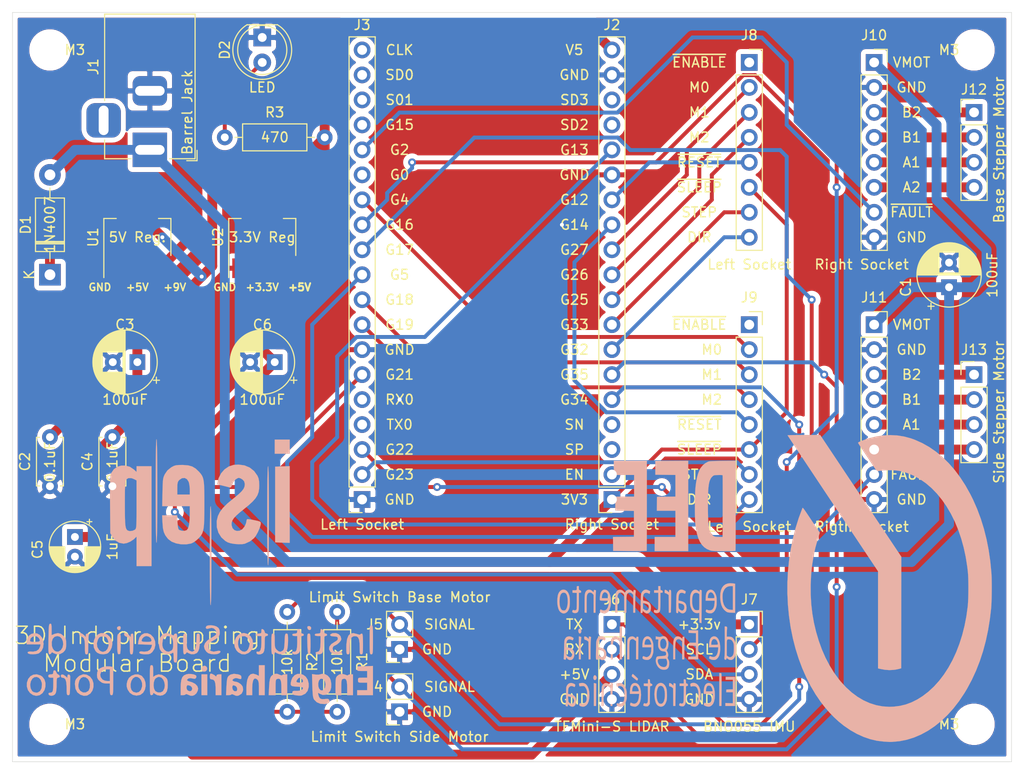
<source format=kicad_pcb>
(kicad_pcb (version 20171130) (host pcbnew 5.1.6-c6e7f7d~86~ubuntu18.04.1)
  (title_block (title "3D Mapping Modular Board") (date 2020-06-15) (rev V1.0) (company "LEEC / DEE / ISEP") (comment 3 "Email: 1160628@isep.ipp.pt") (comment 4 "Author: Carlos Silva"))
  (layers (0 F.Cu signal) (31 B.Cu signal) (34 B.Paste user) (35 F.Paste user) (36 B.SilkS user) (37 F.SilkS user) (38 B.Mask user) (39 F.Mask user) (44 Edge.Cuts user))
  (net 0 "")
  (net 1 GND)
  (net 2 M_VCC_B)
  (net 3 "Net-(C2-Pad1)")
  (net 4 5V)
  (net 5 3.3V)
  (net 6 "Net-(D2-Pad2)")
  (net 7 DIR_S)
  (net 8 G12)
  (net 9 G14)
  (net 10 G27)
  (net 11 G26)
  (net 12 G25)
  (net 13 G33)
  (net 14 DIR_B)
  (net 15 G35)
  (net 16 G34)
  (net 17 G23)
  (net 18 G22)
  (net 19 G21)
  (net 20 G19)
  (net 21 G18)
  (net 22 G5)
  (net 23 G17)
  (net 24 G16)
  (net 25 G4)
  (net 26 G2)
  (net 27 B2_B)
  (net 28 B1_B)
  (net 29 A1_B)
  (net 30 A2_B)
  (net 31 B2_S)
  (net 32 B1_S)
  (net 33 A1_S)
  (net 34 A2_S)
  (module Logos:dee_bitmap2 (layer B.Cu) (at 153.67 121.92 180)
    (fp_text reference G*** hide)
    (fp_text value LOGO hide)
  )
  (module Logos:isep_bitmap2 (layer B.Cu) (at 95.25 120.65 180)
    (fp_text reference G*** hide)
    (fp_text value LOGO hide)
  )
  (module MountingHole:MountingHole_3.2mm_M3 (layer F.Cu) (at 80.01 135.89)
    (fp_text reference REF** hide)
    (fp_text value M3 (at 2.54 0) (layer F.SilkS))
    (pad 1 np_thru_hole circle (at 0 0) (size 3.2 3.2) (drill 3.2) (layers *.Cu *.Mask))
  )
  (module MountingHole:MountingHole_3.2mm_M3 (layer F.Cu) (at 173.99 135.89)
    (fp_text reference REF** hide)
    (fp_text value M3 (at -2.54 0) (layer F.SilkS))
    (pad 1 np_thru_hole circle (at 0 0) (size 3.2 3.2) (drill 3.2) (layers *.Cu *.Mask))
  )
  (module MountingHole:MountingHole_3.2mm_M3 (layer F.Cu) (at 173.99 67.31)
    (fp_text reference REF** hide)
    (fp_text value M3 (at -2.54 0) (layer F.SilkS))
    (pad 1 np_thru_hole circle (at 0 0) (size 3.2 3.2) (drill 3.2) (layers *.Cu *.Mask))
  )
  (module MountingHole:MountingHole_3.2mm_M3 (layer F.Cu) (at 80.01 67.31)
    (fp_text reference REF** hide)
    (fp_text value M3 (at 2.54 0) (layer F.SilkS))
    (pad 1 np_thru_hole circle (at 0 0) (size 3.2 3.2) (drill 3.2) (layers *.Cu *.Mask))
  )
  (module Capacitor_THT:CP_Radial_D6.3mm_P2.50mm (layer F.Cu) (at 171.45 91.44 90)
    (fp_text reference C1 (at 0 -4.4 90) (layer F.SilkS))
    (fp_text value 100uF (at 1.25 4.4 90) (layer F.SilkS))
    (pad 2 thru_hole circle (at 2.5 0 90) (size 1.6 1.6) (drill 0.8) (layers *.Cu *.Mask) (net 1 GND))
    (pad 1 thru_hole rect (at 0 0 90) (size 1.6 1.6) (drill 0.8) (layers *.Cu *.Mask) (net 2 M_VCC_B))
  )
  (module Capacitor_THT:C_Disc_D4.7mm_W2.5mm_P5.00mm (layer F.Cu) (at 80.01 106.68 270)
    (fp_text reference C2 (at 2.5 2.54 90) (layer F.SilkS))
    (fp_text value 0.1uF (at 2.54 0 90) (layer F.SilkS))
    (pad 2 thru_hole circle (at 5 0 270) (size 1.6 1.6) (drill 0.8) (layers *.Cu *.Mask) (net 1 GND))
    (pad 1 thru_hole circle (at 0 0 270) (size 1.6 1.6) (drill 0.8) (layers *.Cu *.Mask) (net 3 "Net-(C2-Pad1)"))
  )
  (module Capacitor_THT:CP_Radial_D6.3mm_P2.50mm (layer F.Cu) (at 88.9 99.06 180)
    (fp_text reference C3 (at 1.27 3.81) (layer F.SilkS))
    (fp_text value 100uF (at 1.25 -3.81) (layer F.SilkS))
    (pad 1 thru_hole rect (at 0 0 180) (size 1.6 1.6) (drill 0.8) (layers *.Cu *.Mask) (net 4 5V))
    (pad 2 thru_hole circle (at 2.5 0 180) (size 1.6 1.6) (drill 0.8) (layers *.Cu *.Mask) (net 1 GND))
  )
  (module Capacitor_THT:C_Disc_D4.7mm_W2.5mm_P5.00mm (layer F.Cu) (at 86.36 106.68 270)
    (fp_text reference C4 (at 2.5 2.54 90) (layer F.SilkS))
    (fp_text value 0.1uF (at 2.54 0 90) (layer F.SilkS))
    (pad 1 thru_hole circle (at 0 0 270) (size 1.6 1.6) (drill 0.8) (layers *.Cu *.Mask) (net 4 5V))
    (pad 2 thru_hole circle (at 5 0 270) (size 1.6 1.6) (drill 0.8) (layers *.Cu *.Mask) (net 1 GND))
  )
  (module Capacitor_THT:CP_Radial_D5.0mm_P2.00mm (layer F.Cu) (at 82.55 116.84 270)
    (fp_text reference C5 (at 1.27 3.81 90) (layer F.SilkS))
    (fp_text value 1uF (at 1 -3.81 90) (layer F.SilkS))
    (pad 2 thru_hole circle (at 2 0 270) (size 1.6 1.6) (drill 0.8) (layers *.Cu *.Mask) (net 1 GND))
    (pad 1 thru_hole rect (at 0 0 270) (size 1.6 1.6) (drill 0.8) (layers *.Cu *.Mask) (net 5 3.3V))
  )
  (module Capacitor_THT:CP_Radial_D6.3mm_P2.50mm (layer F.Cu) (at 102.87 99.06 180)
    (fp_text reference C6 (at 1.25 3.81) (layer F.SilkS))
    (fp_text value 100uF (at 1.27 -3.81) (layer F.SilkS))
    (pad 2 thru_hole circle (at 2.5 0 180) (size 1.6 1.6) (drill 0.8) (layers *.Cu *.Mask) (net 1 GND))
    (pad 1 thru_hole rect (at 0 0 180) (size 1.6 1.6) (drill 0.8) (layers *.Cu *.Mask) (net 5 3.3V))
  )
  (module Diode_THT:D_DO-41_SOD81_P10.16mm_Horizontal (layer F.Cu) (at 80.01 90.17 90)
    (fp_text reference D1 (at 5.08 -2.47 90) (layer F.SilkS))
    (fp_text value 1N4007 (at 5.08 0 90) (layer F.SilkS))
    (fp_text user K (at 0 -2.1 90) (layer F.SilkS))
    (pad 2 thru_hole oval (at 10.16 0 90) (size 2.2 2.2) (drill 1.1) (layers *.Cu *.Mask) (net 2 M_VCC_B))
    (pad 1 thru_hole rect (at 0 0 90) (size 2.2 2.2) (drill 1.1) (layers *.Cu *.Mask) (net 3 "Net-(C2-Pad1)"))
  )
  (module LED_THT:LED_D5.0mm (layer F.Cu) (at 101.6 66.04 270)
    (fp_text reference D2 (at 1.27 3.81 90) (layer F.SilkS))
    (fp_text value LED (at 5.08 0 180) (layer F.SilkS))
    (pad 2 thru_hole circle (at 2.54 0 270) (size 1.8 1.8) (drill 0.9) (layers *.Cu *.Mask) (net 6 "Net-(D2-Pad2)"))
    (pad 1 thru_hole rect (at 0 0 270) (size 1.8 1.8) (drill 0.9) (layers *.Cu *.Mask) (net 1 GND))
  )
  (module Connector_BarrelJack:BarrelJack_Horizontal (layer F.Cu) (at 90.17 77.47 270)
    (fp_text reference J1 (at -8.45 5.75 90) (layer F.SilkS))
    (fp_text value "Barrel Jack" (at -3.81 -3.81 90) (layer F.SilkS))
    (pad 3 thru_hole roundrect (at -3 4.7 270) (size 3.5 3.5) (drill oval 3 1) (layers *.Cu *.Mask))
    (pad 2 thru_hole roundrect (at -6 0 270) (size 3 3.5) (drill oval 1 3) (layers *.Cu *.Mask) (net 1 GND))
    (pad 1 thru_hole rect (at 0 0 270) (size 3.5 3.5) (drill oval 1 3) (layers *.Cu *.Mask) (net 2 M_VCC_B))
  )
  (module Connector_PinSocket_2.54mm:PinSocket_1x19_P2.54mm_Vertical (layer F.Cu) (at 137.16 113.03 180)
    (fp_text reference J2 (at 0 48.26) (layer F.SilkS))
    (fp_text value "Right Socket" (at 0 -2.54) (layer F.SilkS))
    (pad 1 thru_hole rect (at 0 0 180) (size 1.7 1.7) (drill 1) (layers *.Cu *.Mask) (net 5 3.3V))
    (pad 2 thru_hole oval (at 0 2.54 180) (size 1.7 1.7) (drill 1) (layers *.Cu *.Mask))
    (pad 3 thru_hole oval (at 0 5.08 180) (size 1.7 1.7) (drill 1) (layers *.Cu *.Mask))
    (pad 4 thru_hole oval (at 0 7.62 180) (size 1.7 1.7) (drill 1) (layers *.Cu *.Mask))
    (pad 5 thru_hole oval (at 0 10.16 180) (size 1.7 1.7) (drill 1) (layers *.Cu *.Mask) (net 16 G34))
    (pad 6 thru_hole oval (at 0 12.7 180) (size 1.7 1.7) (drill 1) (layers *.Cu *.Mask) (net 15 G35))
    (pad 7 thru_hole oval (at 0 15.24 180) (size 1.7 1.7) (drill 1) (layers *.Cu *.Mask) (net 14 DIR_B))
    (pad 8 thru_hole oval (at 0 17.78 180) (size 1.7 1.7) (drill 1) (layers *.Cu *.Mask) (net 13 G33))
    (pad 9 thru_hole oval (at 0 20.32 180) (size 1.7 1.7) (drill 1) (layers *.Cu *.Mask) (net 12 G25))
    (pad 10 thru_hole oval (at 0 22.86 180) (size 1.7 1.7) (drill 1) (layers *.Cu *.Mask) (net 11 G26))
    (pad 11 thru_hole oval (at 0 25.4 180) (size 1.7 1.7) (drill 1) (layers *.Cu *.Mask) (net 10 G27))
    (pad 12 thru_hole oval (at 0 27.94 180) (size 1.7 1.7) (drill 1) (layers *.Cu *.Mask) (net 9 G14))
    (pad 13 thru_hole oval (at 0 30.48 180) (size 1.7 1.7) (drill 1) (layers *.Cu *.Mask) (net 8 G12))
    (pad 14 thru_hole oval (at 0 33.02 180) (size 1.7 1.7) (drill 1) (layers *.Cu *.Mask) (net 1 GND))
    (pad 15 thru_hole oval (at 0 35.56 180) (size 1.7 1.7) (drill 1) (layers *.Cu *.Mask) (net 7 DIR_S))
    (pad 16 thru_hole oval (at 0 38.1 180) (size 1.7 1.7) (drill 1) (layers *.Cu *.Mask))
    (pad 17 thru_hole oval (at 0 40.64 180) (size 1.7 1.7) (drill 1) (layers *.Cu *.Mask))
    (pad 18 thru_hole oval (at 0 43.18 180) (size 1.7 1.7) (drill 1) (layers *.Cu *.Mask) (net 1 GND))
    (pad 19 thru_hole oval (at 0 45.72 180) (size 1.7 1.7) (drill 1) (layers *.Cu *.Mask) (net 4 5V))
  )
  (module Connector_PinSocket_2.54mm:PinSocket_1x19_P2.54mm_Vertical (layer F.Cu) (at 111.76 113.03 180)
    (fp_text reference J3 (at 0 48.26) (layer F.SilkS))
    (fp_text value "Left Socket" (at 0 -2.54) (layer F.SilkS))
    (pad 19 thru_hole oval (at 0 45.72 180) (size 1.7 1.7) (drill 1) (layers *.Cu *.Mask))
    (pad 18 thru_hole oval (at 0 43.18 180) (size 1.7 1.7) (drill 1) (layers *.Cu *.Mask))
    (pad 17 thru_hole oval (at 0 40.64 180) (size 1.7 1.7) (drill 1) (layers *.Cu *.Mask))
    (pad 16 thru_hole oval (at 0 38.1 180) (size 1.7 1.7) (drill 1) (layers *.Cu *.Mask))
    (pad 15 thru_hole oval (at 0 35.56 180) (size 1.7 1.7) (drill 1) (layers *.Cu *.Mask) (net 26 G2))
    (pad 14 thru_hole oval (at 0 33.02 180) (size 1.7 1.7) (drill 1) (layers *.Cu *.Mask))
    (pad 13 thru_hole oval (at 0 30.48 180) (size 1.7 1.7) (drill 1) (layers *.Cu *.Mask) (net 25 G4))
    (pad 12 thru_hole oval (at 0 27.94 180) (size 1.7 1.7) (drill 1) (layers *.Cu *.Mask) (net 24 G16))
    (pad 11 thru_hole oval (at 0 25.4 180) (size 1.7 1.7) (drill 1) (layers *.Cu *.Mask) (net 23 G17))
    (pad 10 thru_hole oval (at 0 22.86 180) (size 1.7 1.7) (drill 1) (layers *.Cu *.Mask) (net 22 G5))
    (pad 9 thru_hole oval (at 0 20.32 180) (size 1.7 1.7) (drill 1) (layers *.Cu *.Mask) (net 21 G18))
    (pad 8 thru_hole oval (at 0 17.78 180) (size 1.7 1.7) (drill 1) (layers *.Cu *.Mask) (net 20 G19))
    (pad 7 thru_hole oval (at 0 15.24 180) (size 1.7 1.7) (drill 1) (layers *.Cu *.Mask) (net 1 GND))
    (pad 6 thru_hole oval (at 0 12.7 180) (size 1.7 1.7) (drill 1) (layers *.Cu *.Mask) (net 19 G21))
    (pad 5 thru_hole oval (at 0 10.16 180) (size 1.7 1.7) (drill 1) (layers *.Cu *.Mask))
    (pad 4 thru_hole oval (at 0 7.62 180) (size 1.7 1.7) (drill 1) (layers *.Cu *.Mask))
    (pad 3 thru_hole oval (at 0 5.08 180) (size 1.7 1.7) (drill 1) (layers *.Cu *.Mask) (net 18 G22))
    (pad 2 thru_hole oval (at 0 2.54 180) (size 1.7 1.7) (drill 1) (layers *.Cu *.Mask) (net 17 G23))
    (pad 1 thru_hole rect (at 0 0 180) (size 1.7 1.7) (drill 1) (layers *.Cu *.Mask) (net 1 GND))
  )
  (module Connector_PinSocket_2.54mm:PinSocket_1x02_P2.54mm_Vertical (layer F.Cu) (at 115.57 134.62 180)
    (fp_text reference J4 (at 2.54 2.54) (layer F.SilkS))
    (fp_text value "Limit Switch Side Motor" (at 0 -2.54) (layer F.SilkS))
    (pad 1 thru_hole rect (at 0 0 180) (size 1.7 1.7) (drill 1) (layers *.Cu *.Mask) (net 1 GND))
    (pad 2 thru_hole oval (at 0 2.54 180) (size 1.7 1.7) (drill 1) (layers *.Cu *.Mask) (net 15 G35))
  )
  (module Connector_PinSocket_2.54mm:PinSocket_1x02_P2.54mm_Vertical (layer F.Cu) (at 115.57 128.27 180)
    (fp_text reference J5 (at 2.54 2.54) (layer F.SilkS))
    (fp_text value "Limit Switch Base Motor" (at 0 5.31) (layer F.SilkS))
    (pad 2 thru_hole oval (at 0 2.54 180) (size 1.7 1.7) (drill 1) (layers *.Cu *.Mask) (net 16 G34))
    (pad 1 thru_hole rect (at 0 0 180) (size 1.7 1.7) (drill 1) (layers *.Cu *.Mask) (net 1 GND))
  )
  (module Connector_PinSocket_2.54mm:PinSocket_1x04_P2.54mm_Vertical (layer F.Cu) (at 137.16 125.73)
    (fp_text reference J6 (at 0 -2.54) (layer F.SilkS))
    (fp_text value "TFMini-S LIDAR" (at 0 10.39) (layer F.SilkS))
    (pad 1 thru_hole rect (at 0 0) (size 1.7 1.7) (drill 1) (layers *.Cu *.Mask) (net 24 G16))
    (pad 2 thru_hole oval (at 0 2.54) (size 1.7 1.7) (drill 1) (layers *.Cu *.Mask) (net 23 G17))
    (pad 3 thru_hole oval (at 0 5.08) (size 1.7 1.7) (drill 1) (layers *.Cu *.Mask) (net 4 5V))
    (pad 4 thru_hole oval (at 0 7.62) (size 1.7 1.7) (drill 1) (layers *.Cu *.Mask) (net 1 GND))
  )
  (module Connector_PinSocket_2.54mm:PinSocket_1x04_P2.54mm_Vertical (layer F.Cu) (at 151.13 125.73)
    (fp_text reference J7 (at 0 -2.54) (layer F.SilkS))
    (fp_text value "BNO055 IMU" (at 0 10.39) (layer F.SilkS))
    (pad 4 thru_hole oval (at 0 7.62) (size 1.7 1.7) (drill 1) (layers *.Cu *.Mask) (net 1 GND))
    (pad 3 thru_hole oval (at 0 5.08) (size 1.7 1.7) (drill 1) (layers *.Cu *.Mask) (net 19 G21))
    (pad 2 thru_hole oval (at 0 2.54) (size 1.7 1.7) (drill 1) (layers *.Cu *.Mask) (net 18 G22))
    (pad 1 thru_hole rect (at 0 0) (size 1.7 1.7) (drill 1) (layers *.Cu *.Mask) (net 5 3.3V))
  )
  (module Connector_PinSocket_2.54mm:PinSocket_1x08_P2.54mm_Vertical (layer F.Cu) (at 151.13 68.58)
    (fp_text reference J8 (at 0 -2.77) (layer F.SilkS))
    (fp_text value "Left Socket" (at 0 20.55) (layer F.SilkS))
    (pad 8 thru_hole oval (at 0 17.78) (size 1.7 1.7) (drill 1) (layers *.Cu *.Mask) (net 14 DIR_B))
    (pad 7 thru_hole oval (at 0 15.24) (size 1.7 1.7) (drill 1) (layers *.Cu *.Mask) (net 13 G33))
    (pad 6 thru_hole oval (at 0 12.7) (size 1.7 1.7) (drill 1) (layers *.Cu *.Mask) (net 5 3.3V))
    (pad 5 thru_hole oval (at 0 10.16) (size 1.7 1.7) (drill 1) (layers *.Cu *.Mask) (net 8 G12))
    (pad 4 thru_hole oval (at 0 7.62) (size 1.7 1.7) (drill 1) (layers *.Cu *.Mask) (net 12 G25))
    (pad 3 thru_hole oval (at 0 5.08) (size 1.7 1.7) (drill 1) (layers *.Cu *.Mask) (net 11 G26))
    (pad 2 thru_hole oval (at 0 2.54) (size 1.7 1.7) (drill 1) (layers *.Cu *.Mask) (net 10 G27))
    (pad 1 thru_hole rect (at 0 0) (size 1.7 1.7) (drill 1) (layers *.Cu *.Mask))
  )
  (module Connector_PinSocket_2.54mm:PinSocket_1x08_P2.54mm_Vertical (layer F.Cu) (at 151.13 95.25)
    (fp_text reference J9 (at 0 -2.77) (layer F.SilkS))
    (fp_text value "Left Socket" (at 0 20.55) (layer F.SilkS))
    (pad 8 thru_hole oval (at 0 17.78) (size 1.7 1.7) (drill 1) (layers *.Cu *.Mask) (net 7 DIR_S))
    (pad 7 thru_hole oval (at 0 15.24) (size 1.7 1.7) (drill 1) (layers *.Cu *.Mask) (net 17 G23))
    (pad 6 thru_hole oval (at 0 12.7) (size 1.7 1.7) (drill 1) (layers *.Cu *.Mask) (net 5 3.3V))
    (pad 5 thru_hole oval (at 0 10.16) (size 1.7 1.7) (drill 1) (layers *.Cu *.Mask) (net 9 G14))
    (pad 4 thru_hole oval (at 0 7.62) (size 1.7 1.7) (drill 1) (layers *.Cu *.Mask) (net 20 G19))
    (pad 3 thru_hole oval (at 0 5.08) (size 1.7 1.7) (drill 1) (layers *.Cu *.Mask) (net 21 G18))
    (pad 2 thru_hole oval (at 0 2.54) (size 1.7 1.7) (drill 1) (layers *.Cu *.Mask) (net 25 G4))
    (pad 1 thru_hole rect (at 0 0) (size 1.7 1.7) (drill 1) (layers *.Cu *.Mask))
  )
  (module Connector_PinSocket_2.54mm:PinSocket_1x08_P2.54mm_Vertical (layer F.Cu) (at 163.83 68.58)
    (fp_text reference J10 (at 0 -2.77) (layer F.SilkS))
    (fp_text value "Right Socket" (at -1.27 20.55) (layer F.SilkS))
    (pad 1 thru_hole rect (at 0 0) (size 1.7 1.7) (drill 1) (layers *.Cu *.Mask) (net 2 M_VCC_B))
    (pad 2 thru_hole oval (at 0 2.54) (size 1.7 1.7) (drill 1) (layers *.Cu *.Mask) (net 1 GND))
    (pad 3 thru_hole oval (at 0 5.08) (size 1.7 1.7) (drill 1) (layers *.Cu *.Mask) (net 27 B2_B))
    (pad 4 thru_hole oval (at 0 7.62) (size 1.7 1.7) (drill 1) (layers *.Cu *.Mask) (net 28 B1_B))
    (pad 5 thru_hole oval (at 0 10.16) (size 1.7 1.7) (drill 1) (layers *.Cu *.Mask) (net 29 A1_B))
    (pad 6 thru_hole oval (at 0 12.7) (size 1.7 1.7) (drill 1) (layers *.Cu *.Mask) (net 30 A2_B))
    (pad 7 thru_hole oval (at 0 15.24) (size 1.7 1.7) (drill 1) (layers *.Cu *.Mask) (net 26 G2))
    (pad 8 thru_hole oval (at 0 17.78) (size 1.7 1.7) (drill 1) (layers *.Cu *.Mask) (net 1 GND))
  )
  (module Connector_PinSocket_2.54mm:PinSocket_1x08_P2.54mm_Vertical (layer F.Cu) (at 163.83 95.25)
    (fp_text reference J11 (at 0 -2.77) (layer F.SilkS))
    (fp_text value "Rigth Socket" (at -1.27 20.55) (layer F.SilkS))
    (pad 1 thru_hole rect (at 0 0) (size 1.7 1.7) (drill 1) (layers *.Cu *.Mask) (net 2 M_VCC_B))
    (pad 2 thru_hole oval (at 0 2.54) (size 1.7 1.7) (drill 1) (layers *.Cu *.Mask) (net 1 GND))
    (pad 3 thru_hole oval (at 0 5.08) (size 1.7 1.7) (drill 1) (layers *.Cu *.Mask) (net 31 B2_S))
    (pad 4 thru_hole oval (at 0 7.62) (size 1.7 1.7) (drill 1) (layers *.Cu *.Mask) (net 32 B1_S))
    (pad 5 thru_hole oval (at 0 10.16) (size 1.7 1.7) (drill 1) (layers *.Cu *.Mask) (net 33 A1_S))
    (pad 6 thru_hole oval (at 0 12.7) (size 1.7 1.7) (drill 1) (layers *.Cu *.Mask) (net 34 A2_S))
    (pad 7 thru_hole oval (at 0 15.24) (size 1.7 1.7) (drill 1) (layers *.Cu *.Mask) (net 22 G5))
    (pad 8 thru_hole oval (at 0 17.78) (size 1.7 1.7) (drill 1) (layers *.Cu *.Mask) (net 1 GND))
  )
  (module Connector_PinHeader_2.54mm:PinHeader_1x04_P2.54mm_Vertical (layer F.Cu) (at 173.99 73.66)
    (fp_text reference J12 (at 0 -2.33) (layer F.SilkS))
    (fp_text value "Base Stepper Motor" (at 2.54 3.81 90) (layer F.SilkS))
    (pad 4 thru_hole oval (at 0 7.62) (size 1.7 1.7) (drill 1) (layers *.Cu *.Mask) (net 30 A2_B))
    (pad 3 thru_hole oval (at 0 5.08) (size 1.7 1.7) (drill 1) (layers *.Cu *.Mask) (net 29 A1_B))
    (pad 2 thru_hole oval (at 0 2.54) (size 1.7 1.7) (drill 1) (layers *.Cu *.Mask) (net 28 B1_B))
    (pad 1 thru_hole rect (at 0 0) (size 1.7 1.7) (drill 1) (layers *.Cu *.Mask) (net 27 B2_B))
  )
  (module Connector_PinHeader_2.54mm:PinHeader_1x04_P2.54mm_Vertical (layer F.Cu) (at 173.99 100.33)
    (fp_text reference J13 (at 0 -2.54) (layer F.SilkS))
    (fp_text value "Side Stepper Motor" (at 2.54 3.81 90) (layer F.SilkS))
    (pad 1 thru_hole rect (at 0 0) (size 1.7 1.7) (drill 1) (layers *.Cu *.Mask) (net 31 B2_S))
    (pad 2 thru_hole oval (at 0 2.54) (size 1.7 1.7) (drill 1) (layers *.Cu *.Mask) (net 32 B1_S))
    (pad 3 thru_hole oval (at 0 5.08) (size 1.7 1.7) (drill 1) (layers *.Cu *.Mask) (net 33 A1_S))
    (pad 4 thru_hole oval (at 0 7.62) (size 1.7 1.7) (drill 1) (layers *.Cu *.Mask) (net 34 A2_S))
  )
  (module Resistor_THT:R_Axial_DIN0207_L6.3mm_D2.5mm_P10.16mm_Horizontal (layer F.Cu) (at 109.22 134.62 90)
    (fp_text reference R1 (at 5.08 2.54 90) (layer F.SilkS))
    (fp_text value 10k (at 5.08 0 90) (layer F.SilkS))
    (pad 2 thru_hole oval (at 10.16 0 90) (size 1.6 1.6) (drill 0.8) (layers *.Cu *.Mask) (net 15 G35))
    (pad 1 thru_hole circle (at 0 0 90) (size 1.6 1.6) (drill 0.8) (layers *.Cu *.Mask) (net 5 3.3V))
  )
  (module Resistor_THT:R_Axial_DIN0207_L6.3mm_D2.5mm_P10.16mm_Horizontal (layer F.Cu) (at 104.14 134.62 90)
    (fp_text reference R2 (at 5.08 2.54 90) (layer F.SilkS))
    (fp_text value 10k (at 5.08 0 90) (layer F.SilkS))
    (pad 1 thru_hole circle (at 0 0 90) (size 1.6 1.6) (drill 0.8) (layers *.Cu *.Mask) (net 5 3.3V))
    (pad 2 thru_hole oval (at 10.16 0 90) (size 1.6 1.6) (drill 0.8) (layers *.Cu *.Mask) (net 16 G34))
  )
  (module Resistor_THT:R_Axial_DIN0207_L6.3mm_D2.5mm_P10.16mm_Horizontal (layer F.Cu) (at 107.95 76.2 180)
    (fp_text reference R3 (at 5.08 2.54) (layer F.SilkS))
    (fp_text value 470 (at 5.08 0) (layer F.SilkS))
    (pad 2 thru_hole oval (at 10.16 0 180) (size 1.6 1.6) (drill 0.8) (layers *.Cu *.Mask) (net 6 "Net-(D2-Pad2)"))
    (pad 1 thru_hole circle (at 0 0 180) (size 1.6 1.6) (drill 0.8) (layers *.Cu *.Mask) (net 4 5V))
  )
  (module Package_TO_SOT_SMD:SOT-223-3_TabPin2 (layer F.Cu) (at 88.9 86.36 90)
    (fp_text reference U1 (at 0 -4.5 90) (layer F.SilkS))
    (fp_text value "5V Reg." (at 0 0 180) (layer F.SilkS))
    (pad 1 smd rect (at -3.15 -2.3 90) (size 2 1.5) (layers F.Cu F.Paste F.Mask) (net 1 GND))
    (pad 3 smd rect (at -3.15 2.3 90) (size 2 1.5) (layers F.Cu F.Paste F.Mask) (net 3 "Net-(C2-Pad1)"))
    (pad 2 smd rect (at -3.15 0 90) (size 2 1.5) (layers F.Cu F.Paste F.Mask) (net 4 5V))
    (pad 2 smd rect (at 3.15 0 90) (size 2 3.8) (layers F.Cu F.Paste F.Mask) (net 4 5V))
  )
  (module Package_TO_SOT_SMD:SOT-223-3_TabPin2 (layer F.Cu) (at 101.6 86.36 90)
    (fp_text reference U2 (at 0 -4.5 90) (layer F.SilkS))
    (fp_text value "3.3V Reg" (at 0 0 180) (layer F.SilkS))
    (pad 2 smd rect (at 3.15 0 90) (size 2 3.8) (layers F.Cu F.Paste F.Mask) (net 5 3.3V))
    (pad 2 smd rect (at -3.15 0 90) (size 2 1.5) (layers F.Cu F.Paste F.Mask) (net 5 3.3V))
    (pad 3 smd rect (at -3.15 2.3 90) (size 2 1.5) (layers F.Cu F.Paste F.Mask) (net 4 5V))
    (pad 1 smd rect (at -3.15 -2.3 90) (size 2 1.5) (layers F.Cu F.Paste F.Mask) (net 1 GND))
  )
  (gr_text +5V (at 105.41 91.44) (layer F.SilkS) (effects (font (size 0.75 0.75) (thickness 0.1875))))
  (gr_text "3D Indoor Mapping\nModular Board" (at 88.9 128.27) (layer F.SilkS) (effects (font (size 1.75 1.75))))
  (gr_text SIGNAL (at 120.65 125.73) (layer F.SilkS) (effects (font (size 1 1))))
  (gr_text SIGNAL (at 120.65 132.08) (layer F.SilkS) (effects (font (size 1 1))))
  (gr_text GND (at 119.38 134.62) (layer F.SilkS) (effects (font (size 1 1))))
  (gr_text GND (at 119.38 128.27) (layer F.SilkS) (effects (font (size 1 1))))
  (gr_text +3.3V (at 101.6 91.44) (layer F.SilkS) (effects (font (size 0.75 0.75))))
  (gr_text GND (at 97.79 91.44) (layer F.SilkS) (effects (font (size 0.75 0.75))))
  (gr_text +9V (at 92.71 91.44) (layer F.SilkS) (effects (font (size 0.75 0.75))))
  (gr_text +5V (at 88.9 91.44) (layer F.SilkS) (effects (font (size 0.75 0.75))))
  (gr_text GND (at 85.09 91.44) (layer F.SilkS) (effects (font (size 0.75 0.75))))
  (gr_text GND (at 133.35 133.35) (layer F.SilkS) (effects (font (size 1 1))))
  (gr_text +5V (at 133.35 130.81) (layer F.SilkS) (effects (font (size 1 1))))
  (gr_text RX (at 133.35 128.27) (layer F.SilkS) (effects (font (size 1 1))))
  (gr_text TX (at 133.35 125.73) (layer F.SilkS) (effects (font (size 1 1))))
  (gr_text GND (at 146.05 133.35) (layer F.SilkS) (effects (font (size 1 1))))
  (gr_text SDA (at 146.05 130.81) (layer F.SilkS) (effects (font (size 1 1))))
  (gr_text SCL (at 146.05 128.27) (layer F.SilkS) (effects (font (size 1 1))))
  (gr_text +3.3v (at 146.05 125.73) (layer F.SilkS) (effects (font (size 1 1))))
  (gr_text SD3 (at 133.35 72.39) (layer F.SilkS) (effects (font (size 1 1))))
  (gr_text 3V3 (at 133.35 113.03) (layer F.SilkS) (effects (font (size 1 1))))
  (gr_text EN (at 133.35 110.49) (layer F.SilkS) (effects (font (size 1 1))))
  (gr_text SP (at 133.35 107.95) (layer F.SilkS) (effects (font (size 1 1))))
  (gr_text SN (at 133.35 105.41) (layer F.SilkS) (effects (font (size 1 1))))
  (gr_text G34 (at 133.35 102.87) (layer F.SilkS) (effects (font (size 1 1))))
  (gr_text G35 (at 133.35 100.33) (layer F.SilkS) (effects (font (size 1 1))))
  (gr_text G32 (at 133.35 97.79) (layer F.SilkS) (effects (font (size 1 1))))
  (gr_text G33 (at 133.35 95.25) (layer F.SilkS) (effects (font (size 1 1))))
  (gr_text G25 (at 133.35 92.71) (layer F.SilkS) (effects (font (size 1 1))))
  (gr_text G26 (at 133.35 90.17) (layer F.SilkS) (effects (font (size 1 1))))
  (gr_text G27 (at 133.35 87.63) (layer F.SilkS) (effects (font (size 1 1))))
  (gr_text G14 (at 133.35 85.09) (layer F.SilkS) (effects (font (size 1 1))))
  (gr_text G12 (at 133.35 82.55) (layer F.SilkS) (effects (font (size 1 1))))
  (gr_text GND (at 133.35 80.01) (layer F.SilkS) (effects (font (size 1 1))))
  (gr_text G13 (at 133.35 77.47) (layer F.SilkS) (effects (font (size 1 1))))
  (gr_text SD2 (at 133.35 74.93) (layer F.SilkS) (effects (font (size 1 1))))
  (gr_text GND (at 133.35 69.85) (layer F.SilkS) (effects (font (size 1 1))))
  (gr_text V5 (at 133.35 67.31) (layer F.SilkS) (effects (font (size 1 1))))
  (gr_text GND (at 115.57 113.03) (layer F.SilkS) (effects (font (size 1 1))))
  (gr_text G23 (at 115.57 110.49) (layer F.SilkS) (effects (font (size 1 1))))
  (gr_text G22 (at 115.57 107.95) (layer F.SilkS) (effects (font (size 1 1))))
  (gr_text TX0 (at 115.57 105.41) (layer F.SilkS) (effects (font (size 1 1))))
  (gr_text RX0 (at 115.57 102.87) (layer F.SilkS) (effects (font (size 1 1))))
  (gr_text G21 (at 115.57 100.33) (layer F.SilkS) (effects (font (size 1 1))))
  (gr_text GND (at 115.57 97.79) (layer F.SilkS) (effects (font (size 1 1))))
  (gr_text G19 (at 115.57 95.25) (layer F.SilkS) (effects (font (size 1 1))))
  (gr_text G18 (at 115.57 92.71) (layer F.SilkS) (effects (font (size 1 1))))
  (gr_text G5 (at 115.57 90.17) (layer F.SilkS) (effects (font (size 1 1))))
  (gr_text G17 (at 115.57 87.63) (layer F.SilkS) (effects (font (size 1 1))))
  (gr_text G16 (at 115.57 85.09) (layer F.SilkS) (effects (font (size 1 1))))
  (gr_text G4 (at 115.57 82.55) (layer F.SilkS) (effects (font (size 1 1))))
  (gr_text G0 (at 115.57 80.01) (layer F.SilkS) (effects (font (size 1 1))))
  (gr_text G2 (at 115.57 77.47) (layer F.SilkS) (effects (font (size 1 1))))
  (gr_text G15 (at 115.57 74.93) (layer F.SilkS) (effects (font (size 1 1))))
  (gr_text S01 (at 115.57 72.39) (layer F.SilkS) (effects (font (size 1 1))))
  (gr_text SD0 (at 115.57 69.85) (layer F.SilkS) (effects (font (size 1 1))))
  (gr_text CLK (at 115.57 67.31) (layer F.SilkS) (effects (font (size 1 1))))
  (gr_text GND (at 167.64 113.03) (layer F.SilkS) (effects (font (size 1 1))))
  (gr_text ~FAULT (at 167.64 110.49) (layer F.SilkS) (effects (font (size 1 1))))
  (gr_text A2 (at 167.64 107.95) (layer F.SilkS) (effects (font (size 1 1))))
  (gr_text A1 (at 167.64 105.41) (layer F.SilkS) (effects (font (size 1 1))))
  (gr_text B1 (at 167.64 102.87) (layer F.SilkS) (effects (font (size 1 1))))
  (gr_text B2 (at 167.64 100.33) (layer F.SilkS) (effects (font (size 1 1))))
  (gr_text GND (at 167.64 97.79) (layer F.SilkS) (effects (font (size 1 1))))
  (gr_text VMOT (at 167.64 95.25) (layer F.SilkS) (effects (font (size 1 1))))
  (gr_text DIR (at 146.05 113.03) (layer F.SilkS) (effects (font (size 1 1))))
  (gr_text STEP (at 146.05 110.49) (layer F.SilkS) (effects (font (size 1 1))))
  (gr_text ~SLEEP (at 146.05 107.95) (layer F.SilkS) (effects (font (size 1 1))))
  (gr_text ~RESET (at 146.05 105.41) (layer F.SilkS) (effects (font (size 1 1))))
  (gr_text M2 (at 147.32 102.87) (layer F.SilkS) (effects (font (size 1 1))))
  (gr_text M1 (at 147.32 100.33) (layer F.SilkS) (effects (font (size 1 1))))
  (gr_text M0 (at 147.32 97.79) (layer F.SilkS) (effects (font (size 1 1))))
  (gr_text ~ENABLE (at 146.05 95.25) (layer F.SilkS) (effects (font (size 1 1))))
  (gr_text GND (at 167.64 86.36) (layer F.SilkS) (effects (font (size 1 1))))
  (gr_text ~FAULT (at 167.64 83.82) (layer F.SilkS) (effects (font (size 1 1))))
  (gr_text A2 (at 167.64 81.28) (layer F.SilkS) (effects (font (size 1 1))))
  (gr_text A1 (at 167.64 78.74) (layer F.SilkS) (effects (font (size 1 1))))
  (gr_text B1 (at 167.64 76.2) (layer F.SilkS) (effects (font (size 1 1))))
  (gr_text B2 (at 167.64 73.66) (layer F.SilkS) (effects (font (size 1 1))))
  (gr_text GND (at 167.64 71.12) (layer F.SilkS) (effects (font (size 1 1))))
  (gr_text VMOT (at 167.64 68.58) (layer F.SilkS) (effects (font (size 1 1))))
  (gr_text DIR (at 146.05 86.36) (layer F.SilkS) (effects (font (size 1 1))))
  (gr_text STEP (at 146.05 83.82) (layer F.SilkS) (effects (font (size 1 1))))
  (gr_text ~SLEEP (at 146.05 81.28) (layer F.SilkS) (effects (font (size 1 1))))
  (gr_text ~RESET (at 146.05 78.74) (layer F.SilkS) (effects (font (size 1 1))))
  (gr_text M2 (at 146.05 76.2) (layer F.SilkS) (effects (font (size 1 1))))
  (gr_text M1 (at 146.05 73.66) (layer F.SilkS) (effects (font (size 1 1))))
  (gr_text M0 (at 146.05 71.12) (layer F.SilkS) (effects (font (size 1 1))))
  (gr_text ~ENABLE (at 146.05 68.58) (layer F.SilkS) (effects (font (size 1 1))))
  (gr_line (start 76.2 139.7) (end 76.2 63.5) (layer Edge.Cuts) (width 0.05))
  (gr_line (start 177.8 139.7) (end 76.2 139.7) (layer Edge.Cuts) (width 0.05))
  (gr_line (start 177.8 63.5) (end 177.8 139.7) (layer Edge.Cuts) (width 0.05))
  (gr_line (start 76.2 63.5) (end 177.8 63.5) (layer Edge.Cuts) (width 0.05))
  (via (at 132.08 85.09) (size 0.8) (drill 0.4) (layers F.Cu B.Cu) (net 1))
  (via (at 115.57 102.87) (size 0.8) (drill 0.4) (layers F.Cu B.Cu) (net 1))
  (segment (start 82.55 77.47) (end 80.01 80.01) (width 1) (layer B.Cu) (net 2))
  (segment (start 90.17 77.47) (end 82.55 77.47) (width 1) (layer B.Cu) (net 2))
  (segment (start 167.64 119.38) (end 171.45 115.57) (width 1) (layer B.Cu) (net 2))
  (segment (start 104.14 119.38) (end 167.64 119.38) (width 1) (layer B.Cu) (net 2))
  (segment (start 97.79 113.03) (end 104.14 119.38) (width 1) (layer B.Cu) (net 2))
  (segment (start 171.45 115.57) (end 171.45 91.44) (width 1) (layer B.Cu) (net 2))
  (segment (start 90.17 77.47) (end 97.79 85.09) (width 1) (layer B.Cu) (net 2))
  (segment (start 97.79 85.09) (end 97.79 113.03) (width 1) (layer B.Cu) (net 2))
  (segment (start 167.64 91.44) (end 163.83 95.25) (width 1) (layer B.Cu) (net 2))
  (segment (start 171.45 91.44) (end 167.64 91.44) (width 1) (layer B.Cu) (net 2))
  (segment (start 171.45 91.44) (end 173.99 91.44) (width 1) (layer B.Cu) (net 2))
  (segment (start 173.99 91.44) (end 175.26 90.17) (width 1) (layer B.Cu) (net 2))
  (segment (start 175.26 90.17) (end 175.26 87.63) (width 1) (layer B.Cu) (net 2))
  (segment (start 175.26 87.63) (end 170.18 82.55) (width 1) (layer B.Cu) (net 2))
  (segment (start 170.18 74.93) (end 163.83 68.58) (width 1) (layer B.Cu) (net 2))
  (segment (start 170.18 82.55) (end 170.18 74.93) (width 1) (layer B.Cu) (net 2))
  (segment (start 80.01 90.17) (end 80.01 86.36) (width 1) (layer F.Cu) (net 3))
  (segment (start 80.01 86.36) (end 85.09 81.28) (width 1) (layer F.Cu) (net 3))
  (segment (start 91.130002 81.28) (end 93.98 84.129998) (width 1) (layer F.Cu) (net 3))
  (segment (start 85.09 81.28) (end 91.130002 81.28) (width 1) (layer F.Cu) (net 3))
  (segment (start 93.98 86.73) (end 91.2 89.51) (width 1) (layer F.Cu) (net 3))
  (segment (start 93.98 84.129998) (end 93.98 86.73) (width 1) (layer F.Cu) (net 3))
  (segment (start 82.55 104.14) (end 80.01 106.68) (width 1) (layer F.Cu) (net 3))
  (segment (start 82.55 88.9) (end 82.55 104.14) (width 1) (layer F.Cu) (net 3))
  (segment (start 88.760002 86.36) (end 85.09 86.36) (width 1) (layer F.Cu) (net 3))
  (segment (start 91.2 89.51) (end 91.2 88.799998) (width 1) (layer F.Cu) (net 3))
  (segment (start 85.09 86.36) (end 82.55 88.9) (width 1) (layer F.Cu) (net 3))
  (segment (start 91.2 88.799998) (end 88.760002 86.36) (width 1) (layer F.Cu) (net 3))
  (segment (start 88.9 89.51) (end 88.9 89.76) (width 0.4) (layer F.Cu) (net 4))
  (segment (start 88.9 89.51) (end 88.9 90.91) (width 0.4) (layer F.Cu) (net 4))
  (segment (start 88.9 99.06) (end 88.9 93.98) (width 1) (layer F.Cu) (net 4))
  (segment (start 88.9 91.44) (end 88.9 89.51) (width 1) (layer F.Cu) (net 4))
  (segment (start 88.9 93.98) (end 88.9 91.44) (width 1) (layer F.Cu) (net 4))
  (segment (start 97.79 80.01) (end 104.14 80.01) (width 1) (layer F.Cu) (net 4))
  (segment (start 96.52 81.28) (end 97.79 80.01) (width 1) (layer F.Cu) (net 4))
  (segment (start 96.52 89.279998) (end 96.52 81.28) (width 1) (layer F.Cu) (net 4))
  (segment (start 88.9 91.44) (end 94.359998 91.44) (width 1) (layer F.Cu) (net 4))
  (segment (start 104.14 80.01) (end 107.95 76.2) (width 1) (layer F.Cu) (net 4))
  (segment (start 107.95 85.46) (end 103.9 89.51) (width 1) (layer F.Cu) (net 4))
  (segment (start 107.95 76.2) (end 107.95 85.46) (width 1) (layer F.Cu) (net 4))
  (segment (start 134.62 64.77) (end 137.16 67.31) (width 1) (layer F.Cu) (net 4))
  (segment (start 110.49 64.77) (end 134.62 64.77) (width 1) (layer F.Cu) (net 4))
  (segment (start 107.95 76.2) (end 107.95 67.31) (width 1) (layer F.Cu) (net 4))
  (segment (start 107.95 67.31) (end 110.49 64.77) (width 1) (layer F.Cu) (net 4))
  (segment (start 88.9 104.14) (end 88.9 99.06) (width 1) (layer F.Cu) (net 4))
  (segment (start 86.36 106.68) (end 88.9 104.14) (width 1) (layer F.Cu) (net 4))
  (segment (start 128.99501 138.97499) (end 94.52499 138.97499) (width 1) (layer F.Cu) (net 4))
  (segment (start 137.16 130.81) (end 128.99501 138.97499) (width 1) (layer F.Cu) (net 4))
  (segment (start 94.52499 138.97499) (end 78.74 123.19) (width 1) (layer F.Cu) (net 4))
  (segment (start 78.74 123.19) (end 78.74 116.84) (width 1) (layer F.Cu) (net 4))
  (segment (start 78.74 116.84) (end 83.82 111.76) (width 1) (layer F.Cu) (net 4))
  (segment (start 83.82 109.22) (end 86.36 106.68) (width 1) (layer F.Cu) (net 4))
  (segment (start 83.82 111.76) (end 83.82 109.22) (width 1) (layer F.Cu) (net 4))
  (via (at 91.44 86.36) (size 0.8) (drill 0.4) (layers F.Cu B.Cu) (net 4))
  (segment (start 88.9 83.21) (end 88.9 83.82) (width 1) (layer F.Cu) (net 4))
  (segment (start 88.9 83.82) (end 91.44 86.36) (width 1) (layer F.Cu) (net 4))
  (via (at 95.439999 90.359999) (size 0.8) (drill 0.4) (layers F.Cu B.Cu) (net 4))
  (segment (start 91.44 86.36) (end 95.439999 90.359999) (width 1) (layer B.Cu) (net 4))
  (segment (start 94.359998 91.44) (end 95.439999 90.359999) (width 1) (layer F.Cu) (net 4))
  (segment (start 95.439999 90.359999) (end 96.52 89.279998) (width 1) (layer F.Cu) (net 4))
  (segment (start 101.6 97.79) (end 102.87 99.06) (width 1) (layer F.Cu) (net 5))
  (segment (start 101.6 89.51) (end 101.6 97.79) (width 1) (layer F.Cu) (net 5))
  (segment (start 102.87 99.06) (end 85.09 116.84) (width 1) (layer F.Cu) (net 5))
  (segment (start 101.6 134.62) (end 83.82 116.84) (width 0.4) (layer F.Cu) (net 5))
  (segment (start 85.09 116.84) (end 83.82 116.84) (width 1) (layer F.Cu) (net 5))
  (segment (start 104.14 134.62) (end 101.6 134.62) (width 0.4) (layer F.Cu) (net 5))
  (segment (start 83.82 116.84) (end 82.55 116.84) (width 1) (layer F.Cu) (net 5))
  (segment (start 109.22 134.62) (end 104.14 134.62) (width 0.4) (layer F.Cu) (net 5))
  (segment (start 137.16 113.03) (end 130.81 119.38) (width 1) (layer F.Cu) (net 5))
  (segment (start 130.81 119.38) (end 93.98 119.38) (width 1) (layer F.Cu) (net 5))
  (segment (start 91.44 116.84) (end 82.55 116.84) (width 1) (layer F.Cu) (net 5))
  (segment (start 93.98 119.38) (end 91.44 116.84) (width 1) (layer F.Cu) (net 5))
  (segment (start 151.13 125.73) (end 146.05 125.73) (width 1) (layer F.Cu) (net 5))
  (segment (start 139.7 119.38) (end 130.81 119.38) (width 1) (layer F.Cu) (net 5))
  (segment (start 146.05 125.73) (end 139.7 119.38) (width 1) (layer F.Cu) (net 5))
  (segment (start 142.24 107.95) (end 137.16 113.03) (width 0.4) (layer F.Cu) (net 5))
  (segment (start 151.13 107.95) (end 142.24 107.95) (width 0.4) (layer F.Cu) (net 5))
  (segment (start 101.6 89.51) (end 101.6 83.21) (width 1) (layer F.Cu) (net 5))
  (segment (start 154.94 104.14) (end 151.13 107.95) (width 0.4) (layer F.Cu) (net 5))
  (segment (start 151.13 81.28) (end 154.94 85.09) (width 0.4) (layer F.Cu) (net 5))
  (segment (start 154.94 85.09) (end 154.94 104.14) (width 0.4) (layer F.Cu) (net 5))
  (segment (start 97.79 72.39) (end 101.6 68.58) (width 0.4) (layer F.Cu) (net 6))
  (segment (start 97.79 76.2) (end 97.79 72.39) (width 0.4) (layer F.Cu) (net 6))
  (segment (start 151.13 113.03) (end 148.59 115.57) (width 0.4) (layer B.Cu) (net 7))
  (segment (start 148.59 115.57) (end 109.22 115.57) (width 0.4) (layer B.Cu) (net 7))
  (segment (start 109.22 115.57) (end 106.68 113.03) (width 0.4) (layer B.Cu) (net 7))
  (segment (start 106.68 113.03) (end 106.68 109.22) (width 0.4) (layer B.Cu) (net 7))
  (segment (start 106.68 109.22) (end 109.22 106.68) (width 0.4) (layer B.Cu) (net 7))
  (segment (start 111.199997 96.500001) (end 118.129999 96.500001) (width 0.4) (layer B.Cu) (net 7))
  (segment (start 109.22 106.68) (end 109.22 98.479998) (width 0.4) (layer B.Cu) (net 7))
  (segment (start 109.22 98.479998) (end 111.199997 96.500001) (width 0.4) (layer B.Cu) (net 7))
  (segment (start 118.129999 96.500001) (end 137.16 77.47) (width 0.4) (layer B.Cu) (net 7))
  (segment (start 140.97 78.74) (end 137.16 82.55) (width 0.4) (layer B.Cu) (net 8))
  (segment (start 151.13 78.74) (end 140.97 78.74) (width 0.4) (layer B.Cu) (net 8))
  (segment (start 136.599997 104.159999) (end 133.35 100.910002) (width 0.4) (layer B.Cu) (net 9))
  (segment (start 151.13 105.41) (end 149.879999 104.159999) (width 0.4) (layer B.Cu) (net 9))
  (segment (start 149.879999 104.159999) (end 136.599997 104.159999) (width 0.4) (layer B.Cu) (net 9))
  (segment (start 133.35 88.9) (end 137.16 85.09) (width 0.4) (layer B.Cu) (net 9))
  (segment (start 133.35 100.910002) (end 133.35 88.9) (width 0.4) (layer B.Cu) (net 9))
  (segment (start 144.78 77.47) (end 151.13 71.12) (width 0.4) (layer F.Cu) (net 10))
  (segment (start 137.16 87.63) (end 144.78 80.01) (width 0.4) (layer F.Cu) (net 10))
  (segment (start 144.78 80.01) (end 144.78 77.47) (width 0.4) (layer F.Cu) (net 10))
  (segment (start 137.16 90.17) (end 146.05 81.28) (width 0.4) (layer F.Cu) (net 11))
  (segment (start 146.05 81.28) (end 146.05 78.74) (width 0.4) (layer F.Cu) (net 11))
  (segment (start 146.05 78.74) (end 151.13 73.66) (width 0.4) (layer F.Cu) (net 11))
  (segment (start 137.16 92.71) (end 147.32 82.55) (width 0.4) (layer F.Cu) (net 12))
  (segment (start 147.32 82.55) (end 147.32 80.01) (width 0.4) (layer F.Cu) (net 12))
  (segment (start 147.32 80.01) (end 151.13 76.2) (width 0.4) (layer F.Cu) (net 12))
  (segment (start 137.16 95.25) (end 148.59 83.82) (width 0.4) (layer F.Cu) (net 13))
  (segment (start 148.59 83.82) (end 151.13 83.82) (width 0.4) (layer F.Cu) (net 13))
  (segment (start 148.59 86.36) (end 137.16 97.79) (width 0.4) (layer B.Cu) (net 14))
  (segment (start 151.13 86.36) (end 148.59 86.36) (width 0.4) (layer B.Cu) (net 14))
  (segment (start 109.22 125.73) (end 115.57 132.08) (width 0.4) (layer F.Cu) (net 15))
  (segment (start 109.22 124.46) (end 109.22 125.73) (width 0.4) (layer F.Cu) (net 15))
  (segment (start 115.57 132.08) (end 121.92 138.43) (width 0.4) (layer B.Cu) (net 15))
  (segment (start 121.92 138.43) (end 154.94 138.43) (width 0.4) (layer B.Cu) (net 15))
  (via (at 160.02 121.92) (size 0.8) (drill 0.4) (layers F.Cu B.Cu) (net 15))
  (segment (start 154.94 138.43) (end 160.02 133.35) (width 0.4) (layer B.Cu) (net 15))
  (segment (start 160.02 133.35) (end 160.02 121.92) (width 0.4) (layer B.Cu) (net 15))
  (via (at 158.75 100.33) (size 0.8) (drill 0.4) (layers F.Cu B.Cu) (net 15))
  (segment (start 160.02 121.92) (end 160.02 101.6) (width 0.4) (layer F.Cu) (net 15))
  (segment (start 160.02 101.6) (end 158.75 100.33) (width 0.4) (layer F.Cu) (net 15))
  (segment (start 138.410001 99.079999) (end 137.16 100.33) (width 0.4) (layer B.Cu) (net 15))
  (segment (start 157.499999 99.079999) (end 138.410001 99.079999) (width 0.4) (layer B.Cu) (net 15))
  (segment (start 158.75 100.33) (end 157.499999 99.079999) (width 0.4) (layer B.Cu) (net 15))
  (segment (start 111.76 121.92) (end 115.57 125.73) (width 0.4) (layer F.Cu) (net 16))
  (segment (start 104.14 124.46) (end 106.68 121.92) (width 0.4) (layer F.Cu) (net 16))
  (segment (start 106.68 121.92) (end 111.76 121.92) (width 0.4) (layer F.Cu) (net 16))
  (segment (start 152.419999 101.619999) (end 156.21 105.41) (width 0.4) (layer B.Cu) (net 16))
  (via (at 156.21 105.41) (size 0.8) (drill 0.4) (layers F.Cu B.Cu) (net 16))
  (segment (start 137.16 102.87) (end 138.410001 101.619999) (width 0.4) (layer B.Cu) (net 16))
  (segment (start 138.410001 101.619999) (end 152.419999 101.619999) (width 0.4) (layer B.Cu) (net 16))
  (via (at 156.21 132.08) (size 0.8) (drill 0.4) (layers F.Cu B.Cu) (net 16))
  (segment (start 156.21 105.41) (end 156.21 132.08) (width 0.4) (layer F.Cu) (net 16))
  (segment (start 156.21 132.08) (end 156.21 133.35) (width 0.4) (layer B.Cu) (net 16))
  (segment (start 156.21 133.35) (end 153.67 135.89) (width 0.4) (layer B.Cu) (net 16))
  (segment (start 125.73 135.89) (end 115.57 125.73) (width 0.4) (layer B.Cu) (net 16))
  (segment (start 153.67 135.89) (end 125.73 135.89) (width 0.4) (layer B.Cu) (net 16))
  (segment (start 113.010001 109.239999) (end 111.76 110.49) (width 0.4) (layer B.Cu) (net 17))
  (segment (start 149.879999 109.239999) (end 113.010001 109.239999) (width 0.4) (layer B.Cu) (net 17))
  (segment (start 151.13 110.49) (end 149.879999 109.239999) (width 0.4) (layer B.Cu) (net 17))
  (segment (start 152.380001 121.900001) (end 142.24 111.76) (width 0.4) (layer F.Cu) (net 18))
  (via (at 142.24 111.76) (size 0.8) (drill 0.4) (layers F.Cu B.Cu) (net 18))
  (segment (start 151.13 128.27) (end 152.380001 127.019999) (width 0.4) (layer F.Cu) (net 18))
  (segment (start 152.380001 127.019999) (end 152.380001 121.900001) (width 0.4) (layer F.Cu) (net 18))
  (via (at 119.38 111.76) (size 0.8) (drill 0.4) (layers F.Cu B.Cu) (net 18))
  (segment (start 142.24 111.76) (end 119.38 111.76) (width 0.4) (layer B.Cu) (net 18))
  (segment (start 115.57 111.76) (end 111.76 107.95) (width 0.4) (layer F.Cu) (net 18))
  (segment (start 119.38 111.76) (end 115.57 111.76) (width 0.4) (layer F.Cu) (net 18))
  (segment (start 151.13 130.81) (end 147.32 130.81) (width 0.4) (layer B.Cu) (net 19))
  (segment (start 147.32 130.81) (end 137.16 120.65) (width 0.4) (layer B.Cu) (net 19))
  (segment (start 137.16 120.65) (end 99.06 120.65) (width 0.4) (layer B.Cu) (net 19))
  (via (at 92.71 114.3) (size 0.8) (drill 0.4) (layers F.Cu B.Cu) (net 19))
  (segment (start 99.06 120.65) (end 92.71 114.3) (width 0.4) (layer B.Cu) (net 19))
  (segment (start 92.71 114.3) (end 92.71 111.76) (width 0.4) (layer F.Cu) (net 19))
  (segment (start 100.33 111.76) (end 111.76 100.33) (width 0.4) (layer F.Cu) (net 19))
  (segment (start 92.71 111.76) (end 100.33 111.76) (width 0.4) (layer F.Cu) (net 19))
  (segment (start 118.129999 101.619999) (end 111.76 95.25) (width 0.4) (layer F.Cu) (net 20))
  (segment (start 149.879999 101.619999) (end 118.129999 101.619999) (width 0.4) (layer F.Cu) (net 20))
  (segment (start 151.13 102.87) (end 149.879999 101.619999) (width 0.4) (layer F.Cu) (net 20))
  (segment (start 149.879999 99.079999) (end 118.129999 99.079999) (width 0.4) (layer F.Cu) (net 21))
  (segment (start 118.129999 99.079999) (end 111.76 92.71) (width 0.4) (layer F.Cu) (net 21))
  (segment (start 151.13 100.33) (end 149.879999 99.079999) (width 0.4) (layer F.Cu) (net 21))
  (segment (start 106.68 95.25) (end 111.76 90.17) (width 0.4) (layer B.Cu) (net 22))
  (segment (start 157.48 116.84) (end 106.68 116.84) (width 0.4) (layer B.Cu) (net 22))
  (segment (start 104.14 114.3) (end 104.14 109.22) (width 0.4) (layer B.Cu) (net 22))
  (segment (start 104.14 109.22) (end 106.68 106.68) (width 0.4) (layer B.Cu) (net 22))
  (segment (start 163.83 110.49) (end 157.48 116.84) (width 0.4) (layer B.Cu) (net 22))
  (segment (start 106.68 116.84) (end 104.14 114.3) (width 0.4) (layer B.Cu) (net 22))
  (segment (start 106.68 106.68) (end 106.68 95.25) (width 0.4) (layer B.Cu) (net 22))
  (segment (start 137.16 128.27) (end 146.05 137.16) (width 0.4) (layer F.Cu) (net 23))
  (segment (start 146.05 137.16) (end 153.67 137.16) (width 0.4) (layer F.Cu) (net 23))
  (segment (start 153.67 137.16) (end 157.48 133.35) (width 0.4) (layer F.Cu) (net 23))
  (via (at 157.48 92.71) (size 0.8) (drill 0.4) (layers F.Cu B.Cu) (net 23))
  (segment (start 157.48 133.35) (end 157.48 92.71) (width 0.4) (layer F.Cu) (net 23))
  (segment (start 157.48 92.71) (end 154.94 90.17) (width 0.4) (layer B.Cu) (net 23))
  (segment (start 137.760001 76.219999) (end 123.170001 76.219999) (width 0.4) (layer B.Cu) (net 23))
  (segment (start 139.030001 77.489999) (end 137.760001 76.219999) (width 0.4) (layer B.Cu) (net 23))
  (segment (start 154.270001 77.489999) (end 139.030001 77.489999) (width 0.4) (layer B.Cu) (net 23))
  (segment (start 123.170001 76.219999) (end 111.76 87.63) (width 0.4) (layer B.Cu) (net 23))
  (segment (start 154.94 78.159998) (end 154.270001 77.489999) (width 0.4) (layer B.Cu) (net 23))
  (segment (start 154.94 90.17) (end 154.94 78.159998) (width 0.4) (layer B.Cu) (net 23))
  (segment (start 138.41 125.73) (end 148.59 135.91) (width 0.4) (layer F.Cu) (net 24))
  (segment (start 137.16 125.73) (end 138.41 125.73) (width 0.4) (layer F.Cu) (net 24))
  (segment (start 148.59 135.91) (end 152.38 135.91) (width 0.4) (layer F.Cu) (net 24))
  (via (at 154.94 109.22) (size 0.8) (drill 0.4) (layers F.Cu B.Cu) (net 24))
  (segment (start 152.38 135.91) (end 154.94 133.35) (width 0.4) (layer F.Cu) (net 24))
  (segment (start 154.94 133.35) (end 154.94 109.22) (width 0.4) (layer F.Cu) (net 24))
  (segment (start 154.94 109.22) (end 158.280001 105.879999) (width 0.4) (layer B.Cu) (net 24))
  (segment (start 158.280001 105.879999) (end 160.02 104.14) (width 0.4) (layer B.Cu) (net 24))
  (segment (start 160.02 104.14) (end 160.02 83.82) (width 0.4) (layer B.Cu) (net 24))
  (segment (start 160.02 83.82) (end 160.02 82.55) (width 0.4) (layer B.Cu) (net 24))
  (via (at 160.02 81.28) (size 0.8) (drill 0.4) (layers F.Cu B.Cu) (net 24))
  (segment (start 160.02 82.55) (end 160.02 81.28) (width 0.4) (layer B.Cu) (net 24))
  (via (at 116.84 78.74) (size 0.8) (drill 0.4) (layers F.Cu B.Cu) (net 24))
  (segment (start 141.659998 78.74) (end 116.84 78.74) (width 0.4) (layer F.Cu) (net 24))
  (segment (start 150.529999 69.869999) (end 141.659998 78.74) (width 0.4) (layer F.Cu) (net 24))
  (segment (start 160.02 81.28) (end 160.02 78.159998) (width 0.4) (layer F.Cu) (net 24))
  (segment (start 151.730001 69.869999) (end 150.529999 69.869999) (width 0.4) (layer F.Cu) (net 24))
  (segment (start 160.02 78.159998) (end 151.730001 69.869999) (width 0.4) (layer F.Cu) (net 24))
  (segment (start 116.84 79.320002) (end 114.3 81.860002) (width 0.4) (layer B.Cu) (net 24))
  (segment (start 116.84 78.74) (end 116.84 79.320002) (width 0.4) (layer B.Cu) (net 24))
  (segment (start 114.3 82.55) (end 111.76 85.09) (width 0.4) (layer B.Cu) (net 24))
  (segment (start 114.3 81.860002) (end 114.3 82.55) (width 0.4) (layer B.Cu) (net 24))
  (segment (start 125.710001 96.500001) (end 111.76 82.55) (width 0.4) (layer F.Cu) (net 25))
  (segment (start 149.840001 96.500001) (end 125.710001 96.500001) (width 0.4) (layer F.Cu) (net 25))
  (segment (start 151.13 97.79) (end 149.840001 96.500001) (width 0.4) (layer F.Cu) (net 25))
  (segment (start 115.550001 73.679999) (end 111.76 77.47) (width 0.4) (layer B.Cu) (net 26))
  (segment (start 154.94 74.93) (end 154.94 68.58) (width 0.4) (layer B.Cu) (net 26))
  (segment (start 137.720003 73.679999) (end 115.550001 73.679999) (width 0.4) (layer B.Cu) (net 26))
  (segment (start 163.83 83.82) (end 154.94 74.93) (width 0.4) (layer B.Cu) (net 26))
  (segment (start 154.94 68.58) (end 152.4 66.04) (width 0.4) (layer B.Cu) (net 26))
  (segment (start 152.4 66.04) (end 145.360002 66.04) (width 0.4) (layer B.Cu) (net 26))
  (segment (start 145.360002 66.04) (end 137.720003 73.679999) (width 0.4) (layer B.Cu) (net 26))
  (segment (start 163.83 73.66) (end 173.99 73.66) (width 1) (layer F.Cu) (net 27))
  (segment (start 163.83 76.2) (end 173.99 76.2) (width 1) (layer F.Cu) (net 28))
  (segment (start 163.83 78.74) (end 173.99 78.74) (width 1) (layer F.Cu) (net 29))
  (segment (start 163.83 81.28) (end 173.99 81.28) (width 1) (layer F.Cu) (net 30))
  (segment (start 163.83 100.33) (end 173.99 100.33) (width 1) (layer F.Cu) (net 31))
  (segment (start 163.83 102.87) (end 173.99 102.87) (width 1) (layer F.Cu) (net 32))
  (segment (start 163.83 105.41) (end 173.99 105.41) (width 1) (layer F.Cu) (net 33))
  (segment (start 163.83 107.95) (end 173.99 107.95) (width 1) (layer F.Cu) (net 34))
  (zone (net 1) (net_name GND) (layer F.Cu) (connect_pads (clearance 0.508)) (min_thickness 0.254) (fill yes (arc_segments 32) (thermal_gap 0.508) (thermal_bridge_width 0.508))
    (polygon (pts (xy 179.07 140.97) (xy 74.93 140.97) (xy 74.93 62.23) (xy 179.07 62.23)))
  )
  (zone (net 1) (net_name GND) (layer B.Cu) (connect_pads (clearance 0.508)) (min_thickness 0.254) (fill yes (arc_segments 32) (thermal_gap 0.508) (thermal_bridge_width 0.508))
    (polygon (pts (xy 179.07 140.97) (xy 74.93 140.97) (xy 74.93 62.23) (xy 179.07 62.23)))
  )
)
</source>
